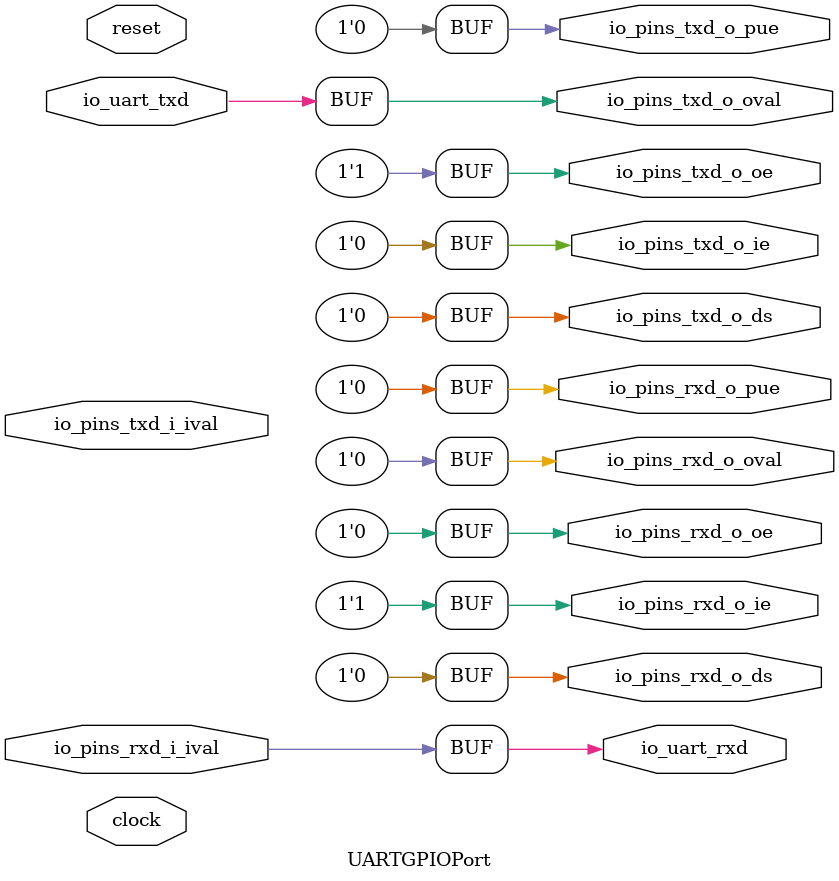
<source format=v>

module UARTGPIOPort(
  input   clock,
  input   reset,
  input   io_uart_txd,
  output  io_uart_rxd,
  input   io_pins_rxd_i_ival,
  output  io_pins_rxd_o_oval,
  output  io_pins_rxd_o_oe,
  output  io_pins_rxd_o_ie,
  output  io_pins_rxd_o_pue,
  output  io_pins_rxd_o_ds,
  input   io_pins_txd_i_ival,
  output  io_pins_txd_o_oval,
  output  io_pins_txd_o_oe,
  output  io_pins_txd_o_ie,
  output  io_pins_txd_o_pue,
  output  io_pins_txd_o_ds
);
  assign io_uart_rxd = io_pins_rxd_i_ival;
  assign io_pins_rxd_o_oval = 1'h0;
  assign io_pins_rxd_o_oe = 1'h0;
  assign io_pins_rxd_o_ie = 1'h1;
  assign io_pins_rxd_o_pue = 1'h0;
  assign io_pins_rxd_o_ds = 1'h0;
  assign io_pins_txd_o_oval = io_uart_txd;
  assign io_pins_txd_o_oe = 1'h1;
  assign io_pins_txd_o_ie = 1'h0;
  assign io_pins_txd_o_pue = 1'h0;
  assign io_pins_txd_o_ds = 1'h0;
endmodule

</source>
